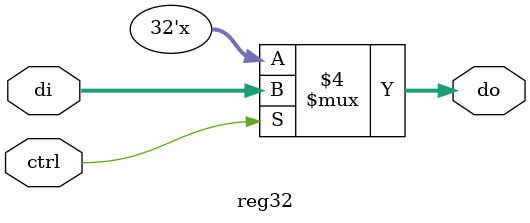
<source format=v>
module reg32(di, ctrl, do);
    input [31:0] di;
    input        ctrl;
    
    output [31:0] do;
    
    reg [31:0] do;
    
    always @ (*) begin
        if (ctrl == 1'b1) begin
            do = di;
        
        end 
    end
endmodule



</source>
